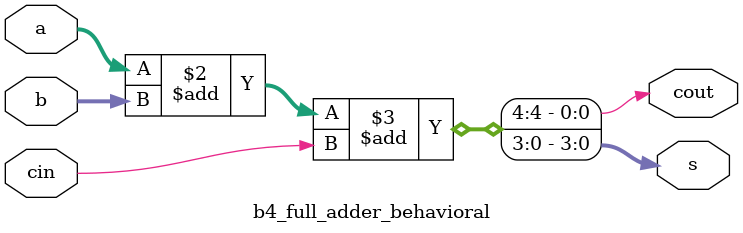
<source format=v>
module b4_full_adder_behavioral(input [3:0] a, input [3:0] b, input cin, output reg cout, output reg [3:0] s);

    always @(*) begin
        {cout, s} = a + b + cin;
    end
endmodule

</source>
